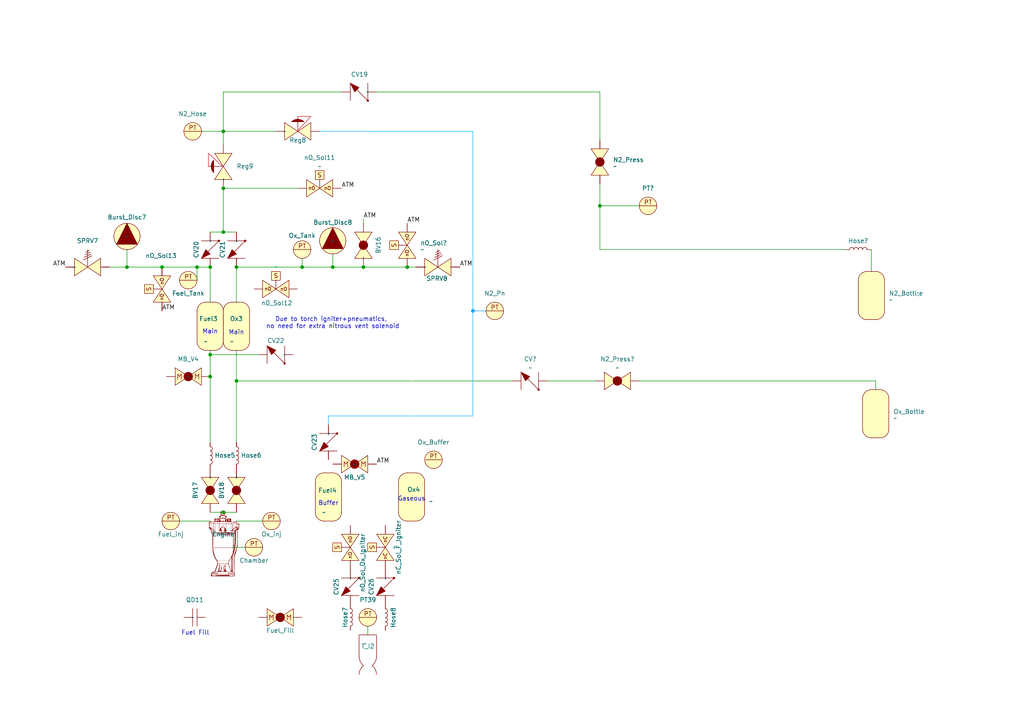
<source format=kicad_sch>
(kicad_sch (version 20231120) (generator "eeschema") (generator_version "8.0")
  (paper "A4")
  (lib_symbols
    (symbol "Analog_ADC:Torch_Igniter"
      (property "Reference" "T_I" (at -1.016 -0.254 0))
      (symbol "Torch_Igniter_1_1"
        (pin passive line (at -2.54 3.81 0) (length 0) (name "") (number ""))
        (pin passive line (at 2.54 3.81 180) (length 0) (name "") (number ""))
      )
    )
    (symbol "Ball_Valve_1"
      (property "Reference" "BV" (at 3.81 -4.318 0))
      (symbol "Ball_Valve_1_1_1"
        (pin passive line (at -2.54 0 0) (length 2.54) (name "") (number ""))
        (pin passive line (at 10.16 0 180) (length 2.54) (name "") (number ""))
      )
    )
    (symbol "Check_Valve_1"
      (property "Reference" "CV" (at 2.54 -4.064 0))
      (symbol "Check_Valve_1_1_1"
        (pin passive line (at -2.54 0 0) (length 2.54) (name "") (number ""))
        (pin passive line (at 7.62 0 180) (length 2.54) (name "") (number ""))
      )
    )
    (symbol "Device:Hose" (pin_numbers hide) (pin_names (offset 1.016) hide)
      (property "Reference" "Hose" (at -1.27 0 90))
      (symbol "Hose_1_1"
        (pin passive line (at 0 3.81 270) (length 1.27) (name "1") (number "1"))
        (pin passive line (at 0 -3.81 90) (length 1.27) (name "2") (number "2"))
      )
    )
    (symbol "PID_symbols:Ball_Valve"
      (property "Reference" "BV" (at 3.81 -4.318 0))
      (symbol "Ball_Valve_1_1"
        (pin passive line (at -2.54 0 0) (length 2.54) (name "") (number ""))
        (pin passive line (at 10.16 0 180) (length 2.54) (name "") (number ""))
      )
    )
    (symbol "PID_symbols:Burst_Disc"
      (property "Reference" "Burst_Disc" (at 0 -5.334 0))
      (symbol "Burst_Disc_1_1"
        (pin passive line (at -3.81 0 0) (length 0) (name "") (number ""))
        (pin passive line (at 0 -3.81 90) (length 0) (name "") (number ""))
        (pin passive line (at 3.81 0 180) (length 0) (name "") (number ""))
      )
    )
    (symbol "PID_symbols:Check_Valve"
      (property "Reference" "CV" (at 2.54 -4.064 0))
      (symbol "Check_Valve_1_1"
        (pin passive line (at -2.54 0 0) (length 2.54) (name "") (number ""))
        (pin passive line (at 7.62 0 180) (length 2.54) (name "") (number ""))
      )
    )
    (symbol "PID_symbols:Engine"
      (property "Reference" "Engine" (at 0 0 0))
      (symbol "Engine_1_1"
        (pin input line (at -3.81 3.81 0) (length 0) (name "") (number ""))
        (pin input line (at 0 6.35 0) (length 0) (name "") (number ""))
        (pin input line (at 3.81 3.81 0) (length 0) (name "") (number ""))
      )
    )
    (symbol "PID_symbols:MBallValve"
      (property "Reference" "MB_V" (at 0 -3.81 0))
      (symbol "MBallValve_1_1"
        (pin passive line (at -6.35 0 0) (length 2.54) (name "") (number ""))
        (pin passive line (at 6.35 0 180) (length 2.54) (name "") (number ""))
      )
    )
    (symbol "PID_symbols:Normally Open Solenoid"
      (property "Reference" "nO_Sol" (at 3.81 -3.81 0))
      (symbol "Normally Open Solenoid_1_1"
        (text "nO" (at 6.096 0 0) (effects (font (size 1 1))))
        (text "nO\n\n" (at 1.524 -0.762 0) (effects (font (size 1 1))))
        (text "S\n" (at 3.81 3.81 0) (effects (font (size 1.27 1.27))))
        (pin passive line (at -2.54 0 0) (length 2.54) (name "") (number ""))
        (pin passive line (at 10.16 0 180) (length 2.54) (name "") (number ""))
      )
    )
    (symbol "PID_symbols:Normally_Closed_Solenoid"
      (property "Reference" "nC_Sol" (at 0 -3.81 0))
      (symbol "Normally_Closed_Solenoid_1_1"
        (text "nC" (at -2.54 0 0) (effects (font (size 1 1))))
        (text "nC" (at 2.286 0 0) (effects (font (size 1 1))))
        (text "S\n" (at 0 3.81 0) (effects (font (size 1.27 1.27))))
        (pin passive line (at -6.35 0 0) (length 2.54) (name "") (number ""))
        (pin passive line (at 6.35 0 180) (length 2.54) (name "") (number ""))
      )
    )
    (symbol "PID_symbols:Pressure_Regulator"
      (property "Reference" "Reg" (at 3.81 -2.54 0))
      (symbol "Pressure_Regulator_1_1"
        (pin passive line (at -2.54 0 0) (length 2.54) (name "") (number ""))
        (pin passive line (at 10.16 0 180) (length 2.54) (name "") (number ""))
      )
    )
    (symbol "PID_symbols:Pressure_Transducer"
      (property "Reference" "PT" (at 0 -3.81 0))
      (symbol "Pressure_Transducer_1_1"
        (text "PT\n" (at 0 1.016 0) (effects (font (size 1.27 1.27))))
        (pin passive line (at -2.54 0 0) (length 0) (name "") (number ""))
        (pin passive line (at 0 -2.54 90) (length 0) (name "") (number ""))
        (pin passive line (at 2.54 0 180) (length 0) (name "") (number ""))
      )
    )
    (symbol "PID_symbols:Quick_Disconnect"
      (property "Reference" "QD" (at 0.762 -4.572 0))
      (symbol "Quick_Disconnect_1_1"
        (pin passive line (at -2.54 0 0) (length 2.54) (name "") (number ""))
        (pin passive line (at 3.81 0 180) (length 2.54) (name "") (number ""))
      )
    )
    (symbol "PID_symbols:SPRV"
      (property "Reference" "SPRV" (at 3.556 -3.302 0))
      (symbol "SPRV_1_1"
        (pin passive line (at -2.54 0 0) (length 2.54) (name "") (number ""))
        (pin passive line (at 10.16 0 180) (length 2.54) (name "") (number ""))
      )
    )
    (symbol "PID_symbols:Solenoid"
      (property "Reference" "nO_Sol" (at 3.81 -3.81 0))
      (symbol "Solenoid_1_1"
        (text "nO" (at 6.096 0 0) (effects (font (size 1 1))))
        (text "nO\n\n" (at 1.524 -0.762 0) (effects (font (size 1 1))))
        (text "S\n" (at 3.81 3.81 0) (effects (font (size 1.27 1.27))))
        (pin passive line (at -2.54 0 0) (length 2.54) (name "") (number ""))
        (pin passive line (at 10.16 0 180) (length 2.54) (name "") (number ""))
      )
    )
    (symbol "PID_symbols:Tank"
      (property "Reference" "T" (at 6.35 5.08 0))
      (symbol "Tank_1_1"
        (pin passive line (at 1.27 -2.54 90) (length 0) (name "") (number ""))
        (pin passive line (at 1.27 11.43 270) (length 0) (name "") (number ""))
      )
    )
    (symbol "Pressure_Transducer_1"
      (property "Reference" "PT" (at 0 -3.81 0))
      (symbol "Pressure_Transducer_1_1_1"
        (text "PT\n" (at 0 1.016 0) (effects (font (size 1.27 1.27))))
        (pin passive line (at -2.54 0 0) (length 0) (name "") (number ""))
        (pin passive line (at 0 -2.54 90) (length 0) (name "") (number ""))
        (pin passive line (at 2.54 0 180) (length 0) (name "") (number ""))
      )
    )
    (symbol "Tank_1"
      (property "Reference" "T" (at 6.35 5.08 0))
      (symbol "Tank_1_1_1"
        (pin passive line (at 1.27 -2.54 90) (length 0) (name "") (number ""))
        (pin passive line (at 1.27 11.43 270) (length 0) (name "") (number ""))
      )
    )
    (symbol "Tank_2"
      (property "Reference" "T" (at 6.35 5.08 0))
      (symbol "Tank_2_1_1"
        (pin passive line (at 1.27 -2.54 90) (length 0) (name "") (number ""))
        (pin passive line (at 1.27 11.43 270) (length 0) (name "") (number ""))
      )
    )
  )
  (junction (at 57.15 77.47))
  (junction (at 46.99 77.47))
  (junction (at 118.11 77.47))
  (junction (at 64.77 148.59))
  (junction (at 68.58 77.47))
  (junction (at 119.38 133.35) (color 251 255 253 1))
  (junction (at 173.99 59.69))
  (junction (at 60.96 102.87))
  (junction (at 60.96 77.47))
  (junction (at 64.77 54.61))
  (junction (at 87.63 77.47))
  (junction (at 60.96 109.22))
  (junction (at 64.77 67.31))
  (junction (at 88.9 152.4) (color 251 255 253 1))
  (junction (at 105.41 77.47))
  (junction (at 96.52 77.47))
  (junction (at 95.25 152.4) (color 255 253 253 1))
  (junction (at 36.83 77.47))
  (junction (at 137.16 90.17) (color 12 151 255 1))
  (junction (at 68.58 110.49))
  (junction (at 64.77 38.1))
  (junction (at 95.25 134.62) (color 252 255 249 1))
  (wire (pts (xy 68.58 77.47) (xy 87.63 77.47)))
  (wire (pts (xy 31.75 77.47) (xy 36.83 77.47)))
  (wire (pts (xy 95.25 120.65) (xy 95.25 123.19)) (stroke (width 0) (color 14 175 255 1)))
  (wire (pts (xy 64.77 38.1) (xy 64.77 41.91)))
  (wire (pts (xy 64.77 54.61) (xy 64.77 67.31)))
  (wire (pts (xy 60.96 101.6) (xy 60.96 102.87)))
  (wire (pts (xy 67.31 158.75) (xy 71.12 158.75)))
  (wire (pts (xy 158.75 110.49) (xy 172.72 110.49)))
  (wire (pts (xy 119.38 83.82) (xy 119.38 133.35)) (stroke (width 0) (color 245 255 253 1)))
  (wire (pts (xy 64.77 26.67) (xy 99.06 26.67)))
  (wire (pts (xy 58.42 38.1) (xy 64.77 38.1)))
  (wire (pts (xy 109.22 26.67) (xy 173.99 26.67)))
  (wire (pts (xy 111.76 184.15) (xy 109.22 184.15)) (stroke (width 0) (color 255 253 253 1)))
  (wire (pts (xy 173.99 40.64) (xy 173.99 26.67)))
  (wire (pts (xy 106.68 181.61) (xy 106.68 184.15)))
  (wire (pts (xy 101.6 182.88) (xy 101.6 184.15)) (stroke (width 0) (color 255 253 253 1)))
  (wire (pts (xy 88.9 152.4) (xy 88.9 179.07)) (stroke (width 0) (color 255 255 255 1)))
  (wire (pts (xy 107.95 38.1) (xy 137.16 38.1)) (stroke (width 0) (color 0 187 255 1)))
  (wire (pts (xy 64.77 67.31) (xy 68.58 67.31)))
  (wire (pts (xy 119.38 133.35) (xy 119.38 137.16)) (stroke (width 0) (color 245 255 253 1)))
  (wire (pts (xy 64.77 38.1) (xy 64.77 26.67)))
  (wire (pts (xy 95.25 133.35) (xy 95.25 134.62)) (stroke (width 0) (color 255 255 255 1)))
  (wire (pts (xy 68.58 110.49) (xy 148.59 110.49)))
  (wire (pts (xy 64.77 54.61) (xy 86.36 54.61)))
  (wire (pts (xy 173.99 72.39) (xy 173.99 59.69)))
  (wire (pts (xy 69.85 83.82) (xy 73.66 83.82)) (stroke (width 0) (color 252 255 253 1)))
  (wire (pts (xy 60.96 102.87) (xy 74.93 102.87)))
  (wire (pts (xy 140.97 90.17) (xy 137.16 90.17)) (stroke (width 0) (color 12 151 255 1)))
  (wire (pts (xy 173.99 72.39) (xy 245.11 72.39)))
  (wire (pts (xy 68.58 148.59) (xy 64.77 148.59)))
  (wire (pts (xy 68.58 77.47) (xy 68.58 87.63)))
  (wire (pts (xy 36.83 77.47) (xy 46.99 77.47)))
  (wire (pts (xy 60.96 67.31) (xy 64.77 67.31)))
  (wire (pts (xy 252.73 72.39) (xy 252.73 78.74)))
  (wire (pts (xy 119.38 151.13) (xy 119.38 152.4)) (stroke (width 0) (color 255 253 253 1)))
  (wire (pts (xy 60.96 109.22) (xy 60.96 128.27)))
  (wire (pts (xy 36.83 72.39) (xy 36.83 77.47)))
  (wire (pts (xy 119.38 133.35) (xy 123.19 133.35)) (stroke (width 0) (color 251 255 253 1)))
  (wire (pts (xy 88.9 102.87) (xy 88.9 152.4)) (stroke (width 0) (color 255 255 255 1)))
  (wire (pts (xy 96.52 77.47) (xy 105.41 77.47)))
  (wire (pts (xy 68.58 151.13) (xy 76.2 151.13)))
  (wire (pts (xy 87.63 74.93) (xy 87.63 77.47)))
  (wire (pts (xy 101.6 184.15) (xy 104.14 184.15)) (stroke (width 0) (color 255 253 253 1)))
  (wire (pts (xy 96.52 73.66) (xy 96.52 77.47)))
  (wire (pts (xy 254 110.49) (xy 254 113.03)))
  (wire (pts (xy 85.09 102.87) (xy 88.9 102.87)) (stroke (width 0) (color 255 255 255 1)))
  (wire (pts (xy 92.71 38.1) (xy 107.95 38.1)) (stroke (width 0) (color 14 175 255 1)))
  (wire (pts (xy 69.85 83.82) (xy 69.85 87.63)) (stroke (width 0) (color 252 255 253 1)))
  (wire (pts (xy 57.15 77.47) (xy 57.15 81.28)))
  (wire (pts (xy 185.42 110.49) (xy 254 110.49)))
  (wire (pts (xy 137.16 38.1) (xy 137.16 90.17)) (stroke (width 0) (color 14 175 255 1)))
  (wire (pts (xy 60.96 148.59) (xy 64.77 148.59)))
  (wire (pts (xy 96.52 134.62) (xy 95.25 134.62)) (stroke (width 0) (color 255 255 255 1)))
  (wire (pts (xy 57.15 77.47) (xy 60.96 77.47)))
  (wire (pts (xy 52.07 151.13) (xy 60.96 151.13)))
  (wire (pts (xy 95.25 120.65) (xy 137.16 120.65)) (stroke (width 0) (color 14 175 255 1)))
  (wire (pts (xy 74.93 179.07) (xy 59.69 179.07)) (stroke (width 0) (color 255 255 255 1)))
  (wire (pts (xy 105.41 64.77) (xy 105.41 63.5)))
  (wire (pts (xy 64.77 38.1) (xy 80.01 38.1)))
  (wire (pts (xy 95.25 151.13) (xy 95.25 152.4)) (stroke (width 0) (color 255 255 255 1)))
  (wire (pts (xy 137.16 90.17) (xy 137.16 120.65)) (stroke (width 0) (color 14 175 255 1)))
  (wire (pts (xy 88.9 179.07) (xy 87.63 179.07)) (stroke (width 0) (color 255 255 255 1)))
  (wire (pts (xy 111.76 184.15) (xy 111.76 182.88)) (stroke (width 0) (color 255 253 253 1)))
  (wire (pts (xy 173.99 59.69) (xy 185.42 59.69)))
  (wire (pts (xy 87.63 77.47) (xy 96.52 77.47)))
  (wire (pts (xy 68.58 110.49) (xy 68.58 128.27)))
  (wire (pts (xy 68.58 101.6) (xy 68.58 110.49)))
  (wire (pts (xy 118.11 77.47) (xy 120.65 77.47)))
  (wire (pts (xy 105.41 77.47) (xy 118.11 77.47)))
  (wire (pts (xy 46.99 77.47) (xy 57.15 77.47)))
  (wire (pts (xy 119.38 152.4) (xy 111.76 152.4)) (stroke (width 0) (color 255 253 253 1)))
  (wire (pts (xy 101.6 152.4) (xy 95.25 152.4)) (stroke (width 0) (color 255 255 255 1)))
  (wire (pts (xy 173.99 59.69) (xy 173.99 53.34)))
  (wire (pts (xy 60.96 102.87) (xy 60.96 109.22)))
  (wire (pts (xy 86.36 83.82) (xy 119.38 83.82)) (stroke (width 0) (color 245 255 253 1)))
  (wire (pts (xy 95.25 134.62) (xy 95.25 137.16)) (stroke (width 0) (color 255 255 255 1)))
  (wire (pts (xy 88.9 152.4) (xy 95.25 152.4)) (stroke (width 0) (color 255 255 255 1)))
  (wire (pts (xy 60.96 77.47) (xy 60.96 87.63)))
  (text "Gaseous" (at 119.38 144.78 0) (effects (font (size 1.27 1.27))))
  (text "Fuel Fill\n" (at 56.642 183.642 0) (effects (font (size 1.27 1.27))))
  (text "Main" (at 60.96 96.266 0) (effects (font (size 1.27 1.27))))
  (text "Due to torch igniter+pneumatics, \nno need for extra nitrous vent solenoid\n" (at 96.52 93.726 0) (effects (font (size 1.27 1.27))))
  (text "Main" (at 68.58 96.52 0) (effects (font (size 1.27 1.27))))
  (text "Buffer" (at 95.25 146.05 0) (effects (font (size 1.27 1.27))))
  (label "." (at 69.85 87.63 0) (effects (font (size 0.0254 0.0254))))
  (label "ATM" (at 105.41 63.5 0))
  (label "ATM" (at 109.22 134.62 0))
  (label "ATM" (at 99.06 54.61 0))
  (label "ATM" (at 133.35 77.47 0))
  (label "ATM" (at 118.11 64.77 0))
  (label "." (at 67.31 158.75 0))
  (label "ATM" (at 46.99 90.17 0))
  (label "ATM" (at 19.05 77.47 180))
  (label "." (at 106.68 184.15 0) (effects (font (size 0.0254 0.0254))))
  (symbol (lib_id "PID_symbols:Pressure_Transducer") (at 49.53 151.13 0) (unit 1)
    (property "Reference" "Fuel_inj" (at 49.53 154.94 0))
  )
  (symbol (lib_id "PID_symbols:Solenoid") (at 46.99 87.63 90) (unit 1)
    (property "Reference" "nO_Sol13" (at 42.164 74.168 90) (effects (justify right)))
    (property "Value" "~" (at 50.8 85.09 90) (effects (justify right)))
  )
  (symbol (lib_id "PID_symbols:Tank") (at 118.11 148.59 0) (unit 1)
    (property "Reference" "Ox4" (at 118.11 141.986 0) (effects (justify left)))
    (property "Value" "~" (at 124.46 145.415 0) (effects (justify left)))
  )
  (symbol (lib_id "PID_symbols:Burst_Disc") (at 36.83 68.58 0) (unit 1)
    (property "Reference" "Burst_Disc7" (at 36.83 62.992 0))
    (property "Value" "~" (at 36.83 68.58 0))
  )
  (symbol (lib_id "PID_symbols:Check_Valve") (at 101.6 167.64 270) (unit 1)
    (property "Reference" "CV25" (at 97.536 170.18 0))
    (property "Value" "~" (at 101.6 167.64 0))
  )
  (symbol (lib_id "PID_symbols:Check_Valve") (at 95.25 125.73 270) (unit 1)
    (property "Reference" "CV23" (at 91.186 128.27 0))
    (property "Value" "~" (at 95.25 125.73 0))
  )
  (symbol (lib_name "Pressure_Transducer_1") (lib_id "PID_symbols:Pressure_Transducer") (at 187.96 59.69 0) (unit 1)
    (property "Reference" "PT?" (at 187.96 54.61 0))
  )
  (symbol (lib_id "PID_symbols:Ball_Valve") (at 68.58 138.43 270) (unit 1)
    (property "Reference" "BV18" (at 64.262 142.24 0))
    (property "Value" "~" (at 68.58 138.43 0))
  )
  (symbol (lib_id "PID_symbols:Pressure_Transducer") (at 73.66 158.75 0) (unit 1)
    (property "Reference" "Chamber" (at 73.66 162.56 0))
  )
  (symbol (lib_id "PID_symbols:MBallValve") (at 81.28 179.07 0) (unit 1)
    (property "Reference" "Fuel_Fill" (at 81.28 182.88 0))
    (property "Value" "~" (at 81.28 179.07 0))
  )
  (symbol (lib_id "PID_symbols:Check_Valve") (at 68.58 69.85 270) (unit 1)
    (property "Reference" "CV21" (at 64.516 72.39 0))
    (property "Value" "~" (at 68.58 69.85 0))
  )
  (symbol (lib_name "PID_symbols:Pressure_Transducer") (lib_id "PID_symbols:Pressure_Transducer") (at 143.51 90.17 0) (unit 1)
    (property "Reference" "N2_Pn" (at 143.51 85.09 0))
  )
  (symbol (lib_id "PID_symbols:Solenoid") (at 76.2 83.82 0) (unit 1)
    (property "Reference" "nO_Sol12" (at 80.264 87.884 0))
    (property "Value" "~" (at 80.01 77.47 0))
  )
  (symbol (lib_name "Tank_1") (lib_id "PID_symbols:Tank") (at 252.73 124.46 0) (unit 1)
    (property "Reference" "Ox_Bottle" (at 259.08 119.3799 0) (effects (justify left)))
    (property "Value" "~" (at 259.08 121.285 0) (effects (justify left)))
  )
  (symbol (lib_name "PID_symbols:MBallValve") (lib_id "PID_symbols:MBallValve") (at 54.61 109.22 0) (unit 1)
    (property "Reference" "MB_V4" (at 54.61 104.14 0))
    (property "Value" "~" (at 54.61 109.22 0))
  )
  (symbol (lib_id "PID_symbols:Solenoid") (at 101.6 162.56 90) (unit 1)
    (property "Reference" "nO_Sol_Ox_Igniter" (at 105.156 154.686 0) (effects (justify right)))
    (property "Value" "~" (at 105.41 160.02 90) (effects (justify right)))
  )
  (symbol (lib_id "PID_symbols:Normally_Closed_Solenoid") (at 111.76 158.75 90) (unit 1)
    (property "Reference" "nC_Sol_F_Igniter" (at 115.57 158.75 0))
    (property "Value" "~" (at 114.3 158.75 0))
  )
  (symbol (lib_name "PID_symbols:Pressure_Transducer") (lib_id "PID_symbols:Pressure_Transducer") (at 87.63 72.39 0) (unit 1)
    (property "Reference" "Ox_Tank" (at 87.63 68.326 0))
  )
  (symbol (lib_id "PID_symbols:Solenoid") (at 88.9 54.61 0) (unit 1)
    (property "Reference" "nO_Sol11" (at 92.71 45.72 0))
    (property "Value" "~" (at 92.71 48.26 0))
  )
  (symbol (lib_id "PID_symbols:Check_Valve") (at 82.55 102.87 180) (unit 1)
    (property "Reference" "CV22" (at 80.01 98.806 0))
    (property "Value" "~" (at 82.55 102.87 0))
  )
  (symbol (lib_name "PID_symbols:Pressure_Transducer") (lib_id "PID_symbols:Pressure_Transducer") (at 125.73 133.35 0) (unit 1)
    (property "Reference" "Ox_Buffer" (at 125.73 128.27 0))
  )
  (symbol (lib_name "PID_symbols:Pressure_Transducer") (lib_id "PID_symbols:Pressure_Transducer") (at 55.88 38.1 0) (unit 1)
    (property "Reference" "N2_Hose" (at 55.88 33.02 0))
  )
  (symbol (lib_id "PID_symbols:Normally Open Solenoid") (at 118.11 74.93 90) (unit 1)
    (property "Reference" "nO_Sol?" (at 121.92 70.4849 90) (effects (justify right)))
    (property "Value" "~" (at 121.92 72.39 90) (effects (justify right)))
  )
  (symbol (lib_name "PID_symbols:Pressure_Transducer") (lib_id "PID_symbols:Pressure_Transducer") (at 54.61 81.28 0) (unit 1)
    (property "Reference" "Fuel_Tank" (at 54.61 85.09 0))
  )
  (symbol (lib_id "PID_symbols:Tank") (at 67.31 99.06 0) (unit 1)
    (property "Reference" "Ox3" (at 68.58 92.456 0))
    (property "Value" "~" (at 67.31 99.06 0))
  )
  (symbol (lib_id "PID_symbols:Check_Valve") (at 60.96 69.85 270) (unit 1)
    (property "Reference" "CV20" (at 56.896 72.39 0))
    (property "Value" "~" (at 60.96 69.85 0))
  )
  (symbol (lib_id "PID_symbols:Engine") (at 64.77 154.94 0) (unit 1)
    (property "Reference" "Engine" (at 64.77 154.94 0))
    (property "Value" "~" (at 64.77 154.94 0))
  )
  (symbol (lib_name "Ball_Valve_1") (lib_id "PID_symbols:Ball_Valve") (at 173.99 50.8 90) (unit 1)
    (property "Reference" "N2_Press" (at 177.8 46.3549 90) (effects (justify right)))
    (property "Value" "~" (at 177.8 48.26 90) (effects (justify right)))
  )
  (symbol (lib_name "PID_symbols:Pressure_Regulator") (lib_id "PID_symbols:Pressure_Regulator") (at 64.77 52.07 90) (unit 1)
    (property "Reference" "Reg9" (at 68.58 48.1974 90) (effects (justify right)))
    (property "Value" "~" (at 64.77 52.07 0))
    (property "Description" "Pressure Regulator" (effects (hide yes)))
  )
  (symbol (lib_id "PID_symbols:Tank") (at 59.69 99.06 0) (unit 1)
    (property "Reference" "Fuel3" (at 60.452 92.456 0))
    (property "Value" "~" (at 59.69 99.06 0))
  )
  (symbol (lib_name "PID_symbols:SPRV") (lib_id "PID_symbols:SPRV") (at 123.19 77.47 0) (unit 1)
    (property "Reference" "SPRV8" (at 126.746 80.772 0))
    (property "Value" "~" (at 123.19 77.47 0))
  )
  (symbol (lib_id "PID_symbols:SPRV") (at 21.59 77.47 0) (unit 1)
    (property "Reference" "SPRV7" (at 25.4 69.85 0))
    (property "Value" "~" (at 21.59 77.47 0))
  )
  (symbol (lib_id "PID_symbols:Pressure_Transducer") (at 78.74 151.13 0) (unit 1)
    (property "Reference" "Ox_inj" (at 78.74 154.94 0))
  )
  (symbol (lib_id "PID_symbols:Check_Valve") (at 106.68 26.67 180) (unit 1)
    (property "Reference" "CV19" (at 104.267 21.59 0))
    (property "Value" "~" (at 106.68 26.67 0))
  )
  (symbol (lib_id "PID_symbols:Quick_Disconnect") (at 55.88 179.07 0) (unit 1)
    (property "Reference" "QD11" (at 56.515 173.99 0))
    (property "Value" "~" (at 55.88 179.07 0))
  )
  (symbol (lib_id "PID_symbols:Ball_Valve") (at 60.96 138.43 270) (unit 1)
    (property "Reference" "BV17" (at 56.642 142.24 0))
    (property "Value" "~" (at 60.96 138.43 0))
  )
  (symbol (lib_id "Device:Hose") (at 101.6 179.07 0) (unit 1)
    (property "Reference" "Hose7" (at 100.076 179.07 90))
  )
  (symbol (lib_name "Tank_2") (lib_id "PID_symbols:Tank") (at 251.46 90.17 0) (unit 1)
    (property "Reference" "N2_Bottl;e" (at 257.81 85.0899 0) (effects (justify left)))
    (property "Value" "~" (at 257.81 86.995 0) (effects (justify left)))
  )
  (symbol (lib_id "PID_symbols:Tank") (at 93.98 148.59 0) (unit 1)
    (property "Reference" "Fuel4" (at 94.996 142.24 0))
    (property "Value" "~" (at 93.98 148.59 0))
  )
  (symbol (lib_id "PID_symbols:Pressure_Regulator") (at 82.55 38.1 0) (unit 1)
    (property "Reference" "Reg8" (at 86.36 40.64 0))
    (property "Value" "~" (at 82.55 38.1 0))
    (property "Description" "Pressure Regulator" (effects (hide yes)))
  )
  (symbol (lib_id "Device:Hose") (at 68.58 132.08 0) (unit 1)
    (property "Reference" "Hose6" (at 69.85 132.0799 0) (effects (justify left)))
  )
  (symbol (lib_id "Device:Hose") (at 248.92 72.39 90) (unit 1)
    (property "Reference" "Hose?" (at 248.92 69.85 90))
  )
  (symbol (lib_id "PID_symbols:Check_Valve") (at 111.76 167.64 270) (unit 1)
    (property "Reference" "CV26" (at 107.696 170.18 0))
    (property "Value" "~" (at 111.76 167.64 0))
  )
  (symbol (lib_id "PID_symbols:Burst_Disc") (at 96.52 69.85 0) (unit 1)
    (property "Reference" "Burst_Disc8" (at 96.52 64.516 0))
    (property "Value" "~" (at 96.52 69.85 0))
  )
  (symbol (lib_id "Device:Hose") (at 111.76 179.07 0) (unit 1)
    (property "Reference" "Hose8" (at 114.046 182.118 90) (effects (justify left)))
  )
  (symbol (lib_id "PID_symbols:Pressure_Transducer") (at 106.68 179.07 0) (unit 1)
    (property "Reference" "PT39" (at 106.68 173.99 0))
  )
  (symbol (lib_name "PID_symbols:Ball_Valve") (lib_id "PID_symbols:Ball_Valve") (at 105.41 74.93 90) (unit 1)
    (property "Reference" "BV16" (at 109.728 71.12 0))
    (property "Value" "~" (at 105.41 74.93 0))
  )
  (symbol (lib_id "PID_symbols:MBallValve") (at 102.87 134.62 0) (unit 1)
    (property "Reference" "MB_V5" (at 102.87 138.43 0))
    (property "Value" "~" (at 102.87 134.62 0))
  )
  (symbol (lib_id "Analog_ADC:Torch_Igniter") (at 106.68 187.96 0) (unit 1)
    (property "Reference" "T_I2" (at 106.68 187.452 0))
    (property "Value" "~" (at 105.918 186.69 0))
  )
  (symbol (lib_name "Ball_Valve_1") (lib_id "PID_symbols:Ball_Valve") (at 182.88 110.49 180) (unit 1)
    (property "Reference" "N2_Press?" (at 179.07 104.14 0))
    (property "Value" "~" (at 179.07 106.68 0))
  )
  (symbol (lib_id "Device:Hose") (at 60.96 132.08 0) (unit 1)
    (property "Reference" "Hose5" (at 62.23 132.0799 0) (effects (justify left)))
  )
  (symbol (lib_name "Check_Valve_1") (lib_id "PID_symbols:Check_Valve") (at 156.21 110.49 180) (unit 1)
    (property "Reference" "CV?" (at 153.797 104.14 0))
    (property "Value" "~" (at 153.797 106.68 0))
  )
)
</source>
